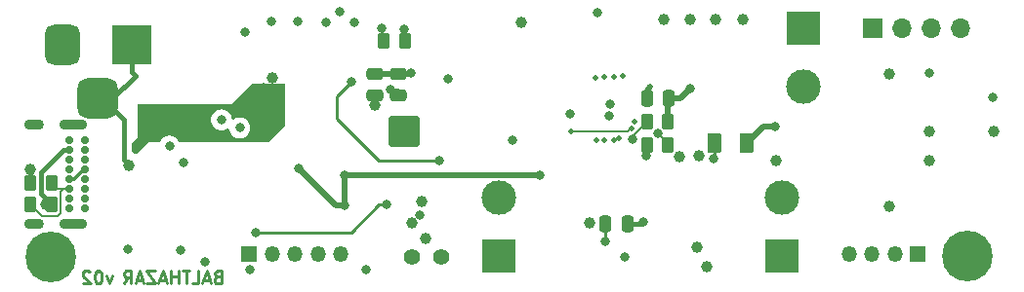
<source format=gbl>
G04 #@! TF.GenerationSoftware,KiCad,Pcbnew,(6.99.0-3780-g6ddc5c1a6e)*
G04 #@! TF.CreationDate,2022-10-12T10:17:30+02:00*
G04 #@! TF.ProjectId,BalthazarPSU3,42616c74-6861-47a6-9172-505355332e6b,v02*
G04 #@! TF.SameCoordinates,Original*
G04 #@! TF.FileFunction,Copper,L4,Bot*
G04 #@! TF.FilePolarity,Positive*
%FSLAX46Y46*%
G04 Gerber Fmt 4.6, Leading zero omitted, Abs format (unit mm)*
G04 Created by KiCad (PCBNEW (6.99.0-3780-g6ddc5c1a6e)) date 2022-10-12 10:17:30*
%MOMM*%
%LPD*%
G01*
G04 APERTURE LIST*
G04 Aperture macros list*
%AMRoundRect*
0 Rectangle with rounded corners*
0 $1 Rounding radius*
0 $2 $3 $4 $5 $6 $7 $8 $9 X,Y pos of 4 corners*
0 Add a 4 corners polygon primitive as box body*
4,1,4,$2,$3,$4,$5,$6,$7,$8,$9,$2,$3,0*
0 Add four circle primitives for the rounded corners*
1,1,$1+$1,$2,$3*
1,1,$1+$1,$4,$5*
1,1,$1+$1,$6,$7*
1,1,$1+$1,$8,$9*
0 Add four rect primitives between the rounded corners*
20,1,$1+$1,$2,$3,$4,$5,0*
20,1,$1+$1,$4,$5,$6,$7,0*
20,1,$1+$1,$6,$7,$8,$9,0*
20,1,$1+$1,$8,$9,$2,$3,0*%
G04 Aperture macros list end*
%ADD10C,0.275000*%
G04 #@! TA.AperFunction,NonConductor*
%ADD11C,0.275000*%
G04 #@! TD*
G04 #@! TA.AperFunction,ComponentPad*
%ADD12C,0.500000*%
G04 #@! TD*
G04 #@! TA.AperFunction,SMDPad,CuDef*
%ADD13RoundRect,0.250001X-1.099999X-1.099999X1.099999X-1.099999X1.099999X1.099999X-1.099999X1.099999X0*%
G04 #@! TD*
G04 #@! TA.AperFunction,ComponentPad*
%ADD14C,1.400000*%
G04 #@! TD*
G04 #@! TA.AperFunction,ComponentPad*
%ADD15R,3.000000X3.000000*%
G04 #@! TD*
G04 #@! TA.AperFunction,ComponentPad*
%ADD16C,3.000000*%
G04 #@! TD*
G04 #@! TA.AperFunction,ComponentPad*
%ADD17C,0.700000*%
G04 #@! TD*
G04 #@! TA.AperFunction,ComponentPad*
%ADD18O,2.400000X0.900000*%
G04 #@! TD*
G04 #@! TA.AperFunction,ComponentPad*
%ADD19O,1.700000X0.900000*%
G04 #@! TD*
G04 #@! TA.AperFunction,ComponentPad*
%ADD20RoundRect,0.875000X-0.875000X-0.875000X0.875000X-0.875000X0.875000X0.875000X-0.875000X0.875000X0*%
G04 #@! TD*
G04 #@! TA.AperFunction,ComponentPad*
%ADD21R,3.500000X3.500000*%
G04 #@! TD*
G04 #@! TA.AperFunction,ComponentPad*
%ADD22RoundRect,0.750000X-0.750000X-1.000000X0.750000X-1.000000X0.750000X1.000000X-0.750000X1.000000X0*%
G04 #@! TD*
G04 #@! TA.AperFunction,ComponentPad*
%ADD23R,1.700000X1.700000*%
G04 #@! TD*
G04 #@! TA.AperFunction,ComponentPad*
%ADD24O,1.700000X1.700000*%
G04 #@! TD*
G04 #@! TA.AperFunction,ComponentPad*
%ADD25R,1.350000X1.350000*%
G04 #@! TD*
G04 #@! TA.AperFunction,ComponentPad*
%ADD26O,1.350000X1.350000*%
G04 #@! TD*
G04 #@! TA.AperFunction,ComponentPad*
%ADD27C,4.400000*%
G04 #@! TD*
G04 #@! TA.AperFunction,SMDPad,CuDef*
%ADD28RoundRect,0.250000X0.375000X0.625000X-0.375000X0.625000X-0.375000X-0.625000X0.375000X-0.625000X0*%
G04 #@! TD*
G04 #@! TA.AperFunction,SMDPad,CuDef*
%ADD29RoundRect,0.250000X-0.262500X-0.450000X0.262500X-0.450000X0.262500X0.450000X-0.262500X0.450000X0*%
G04 #@! TD*
G04 #@! TA.AperFunction,SMDPad,CuDef*
%ADD30RoundRect,0.250000X-0.475000X0.250000X-0.475000X-0.250000X0.475000X-0.250000X0.475000X0.250000X0*%
G04 #@! TD*
G04 #@! TA.AperFunction,SMDPad,CuDef*
%ADD31RoundRect,0.250000X-0.250000X-0.475000X0.250000X-0.475000X0.250000X0.475000X-0.250000X0.475000X0*%
G04 #@! TD*
G04 #@! TA.AperFunction,ViaPad*
%ADD32C,0.800000*%
G04 #@! TD*
G04 #@! TA.AperFunction,ViaPad*
%ADD33C,1.000000*%
G04 #@! TD*
G04 #@! TA.AperFunction,ViaPad*
%ADD34C,0.500000*%
G04 #@! TD*
G04 #@! TA.AperFunction,Conductor*
%ADD35C,0.500000*%
G04 #@! TD*
G04 #@! TA.AperFunction,Conductor*
%ADD36C,0.400000*%
G04 #@! TD*
G04 #@! TA.AperFunction,Conductor*
%ADD37C,0.250000*%
G04 #@! TD*
G04 #@! TA.AperFunction,Conductor*
%ADD38C,0.200000*%
G04 #@! TD*
G04 APERTURE END LIST*
D10*
D11*
X118436665Y-82497928D02*
X118279522Y-82550309D01*
X118279522Y-82550309D02*
X118227141Y-82602690D01*
X118227141Y-82602690D02*
X118174760Y-82707452D01*
X118174760Y-82707452D02*
X118174760Y-82864595D01*
X118174760Y-82864595D02*
X118227141Y-82969357D01*
X118227141Y-82969357D02*
X118279522Y-83021738D01*
X118279522Y-83021738D02*
X118384284Y-83074119D01*
X118384284Y-83074119D02*
X118803332Y-83074119D01*
X118803332Y-83074119D02*
X118803332Y-81974119D01*
X118803332Y-81974119D02*
X118436665Y-81974119D01*
X118436665Y-81974119D02*
X118331903Y-82026500D01*
X118331903Y-82026500D02*
X118279522Y-82078880D01*
X118279522Y-82078880D02*
X118227141Y-82183642D01*
X118227141Y-82183642D02*
X118227141Y-82288404D01*
X118227141Y-82288404D02*
X118279522Y-82393166D01*
X118279522Y-82393166D02*
X118331903Y-82445547D01*
X118331903Y-82445547D02*
X118436665Y-82497928D01*
X118436665Y-82497928D02*
X118803332Y-82497928D01*
X117755713Y-82759833D02*
X117231903Y-82759833D01*
X117860475Y-83074119D02*
X117493808Y-81974119D01*
X117493808Y-81974119D02*
X117127141Y-83074119D01*
X116236665Y-83074119D02*
X116760475Y-83074119D01*
X116760475Y-83074119D02*
X116760475Y-81974119D01*
X116027142Y-81974119D02*
X115398570Y-81974119D01*
X115712856Y-83074119D02*
X115712856Y-81974119D01*
X115031904Y-83074119D02*
X115031904Y-81974119D01*
X115031904Y-82497928D02*
X114403332Y-82497928D01*
X114403332Y-83074119D02*
X114403332Y-81974119D01*
X113931904Y-82759833D02*
X113408094Y-82759833D01*
X114036666Y-83074119D02*
X113669999Y-81974119D01*
X113669999Y-81974119D02*
X113303332Y-83074119D01*
X113041428Y-81974119D02*
X112308094Y-81974119D01*
X112308094Y-81974119D02*
X113041428Y-83074119D01*
X113041428Y-83074119D02*
X112308094Y-83074119D01*
X111941428Y-82759833D02*
X111417618Y-82759833D01*
X112046190Y-83074119D02*
X111679523Y-81974119D01*
X111679523Y-81974119D02*
X111312856Y-83074119D01*
X110317618Y-83074119D02*
X110684285Y-82550309D01*
X110946190Y-83074119D02*
X110946190Y-81974119D01*
X110946190Y-81974119D02*
X110527142Y-81974119D01*
X110527142Y-81974119D02*
X110422380Y-82026500D01*
X110422380Y-82026500D02*
X110369999Y-82078880D01*
X110369999Y-82078880D02*
X110317618Y-82183642D01*
X110317618Y-82183642D02*
X110317618Y-82340785D01*
X110317618Y-82340785D02*
X110369999Y-82445547D01*
X110369999Y-82445547D02*
X110422380Y-82497928D01*
X110422380Y-82497928D02*
X110527142Y-82550309D01*
X110527142Y-82550309D02*
X110946190Y-82550309D01*
X109290952Y-82340785D02*
X109029047Y-83074119D01*
X109029047Y-83074119D02*
X108767142Y-82340785D01*
X108138571Y-81974119D02*
X108033809Y-81974119D01*
X108033809Y-81974119D02*
X107929047Y-82026500D01*
X107929047Y-82026500D02*
X107876666Y-82078880D01*
X107876666Y-82078880D02*
X107824285Y-82183642D01*
X107824285Y-82183642D02*
X107771904Y-82393166D01*
X107771904Y-82393166D02*
X107771904Y-82655071D01*
X107771904Y-82655071D02*
X107824285Y-82864595D01*
X107824285Y-82864595D02*
X107876666Y-82969357D01*
X107876666Y-82969357D02*
X107929047Y-83021738D01*
X107929047Y-83021738D02*
X108033809Y-83074119D01*
X108033809Y-83074119D02*
X108138571Y-83074119D01*
X108138571Y-83074119D02*
X108243333Y-83021738D01*
X108243333Y-83021738D02*
X108295714Y-82969357D01*
X108295714Y-82969357D02*
X108348095Y-82864595D01*
X108348095Y-82864595D02*
X108400476Y-82655071D01*
X108400476Y-82655071D02*
X108400476Y-82393166D01*
X108400476Y-82393166D02*
X108348095Y-82183642D01*
X108348095Y-82183642D02*
X108295714Y-82078880D01*
X108295714Y-82078880D02*
X108243333Y-82026500D01*
X108243333Y-82026500D02*
X108138571Y-81974119D01*
X107352857Y-82078880D02*
X107300476Y-82026500D01*
X107300476Y-82026500D02*
X107195714Y-81974119D01*
X107195714Y-81974119D02*
X106933809Y-81974119D01*
X106933809Y-81974119D02*
X106829047Y-82026500D01*
X106829047Y-82026500D02*
X106776666Y-82078880D01*
X106776666Y-82078880D02*
X106724285Y-82183642D01*
X106724285Y-82183642D02*
X106724285Y-82288404D01*
X106724285Y-82288404D02*
X106776666Y-82445547D01*
X106776666Y-82445547D02*
X107405238Y-83074119D01*
X107405238Y-83074119D02*
X106724285Y-83074119D01*
D12*
X133520000Y-68750000D03*
X133520000Y-69850000D03*
X133520000Y-70950000D03*
X134620000Y-68750000D03*
X134620000Y-69850000D03*
D13*
X134620000Y-69850000D03*
D12*
X134620000Y-70950000D03*
X135720000Y-68750000D03*
X135720000Y-69850000D03*
X135720000Y-70950000D03*
D14*
X135275000Y-80772000D03*
X137815000Y-80772000D03*
D15*
X142874999Y-80644999D03*
D16*
X142875000Y-75565000D03*
D15*
X169290999Y-60832999D03*
D16*
X169291000Y-65913000D03*
D15*
X167385999Y-80644999D03*
D16*
X167386000Y-75565000D03*
D17*
X106895000Y-70612000D03*
X106895000Y-71462000D03*
X106895000Y-72312000D03*
X106895000Y-73162000D03*
X106895000Y-74012000D03*
X106895000Y-74862000D03*
X106895000Y-75712000D03*
X106895000Y-76562000D03*
X105545000Y-76562000D03*
X105545000Y-75712000D03*
X105545000Y-74862000D03*
X105545000Y-74012000D03*
X105545000Y-73162000D03*
X105545000Y-72312000D03*
X105545000Y-71462000D03*
X105545000Y-70612000D03*
D18*
X105914999Y-69261999D03*
D19*
X102534999Y-69261999D03*
D18*
X105914999Y-77911999D03*
D19*
X102534999Y-77911999D03*
D20*
X107998000Y-66988500D03*
D21*
X110997999Y-62288499D03*
D22*
X104998000Y-62288500D03*
D23*
X175259999Y-60832999D03*
D24*
X177799999Y-60832999D03*
X180339999Y-60832999D03*
X182879999Y-60832999D03*
D25*
X121157999Y-80517999D03*
D26*
X123157999Y-80517999D03*
X125157999Y-80517999D03*
X127157999Y-80517999D03*
X129157999Y-80517999D03*
D25*
X179196999Y-80517999D03*
D26*
X177196999Y-80517999D03*
X175196999Y-80517999D03*
X173196999Y-80517999D03*
D27*
X104013000Y-80772000D03*
X183515000Y-80645000D03*
D28*
X164341000Y-70866000D03*
X161541000Y-70866000D03*
D29*
X155678500Y-70993000D03*
X157503500Y-70993000D03*
X155678500Y-68961000D03*
X157503500Y-68961000D03*
X132842000Y-61976000D03*
X134667000Y-61976000D03*
D30*
X132080000Y-64810500D03*
X132080000Y-66710500D03*
D31*
X155702000Y-66929000D03*
X157602000Y-66929000D03*
D30*
X134112000Y-64810500D03*
X134112000Y-66710500D03*
D29*
X102211500Y-74295000D03*
X104036500Y-74295000D03*
X102211500Y-76200000D03*
X104036500Y-76200000D03*
D31*
X152085000Y-77851000D03*
X153985000Y-77851000D03*
D32*
X180213000Y-64770000D03*
X151384000Y-59499500D03*
X138430000Y-65278000D03*
D33*
X161670000Y-60090000D03*
X160830000Y-81580000D03*
D32*
X115270000Y-80140000D03*
X185640000Y-66890000D03*
X144018000Y-70612000D03*
D34*
X151260000Y-70580000D03*
D33*
X102210000Y-73160000D03*
D32*
X123070000Y-60260000D03*
D33*
X166880000Y-72380000D03*
X159390000Y-60090000D03*
D32*
X136017000Y-77089000D03*
D34*
X153620000Y-65050000D03*
X152800000Y-70610000D03*
D32*
X120800000Y-61190000D03*
D33*
X136460000Y-79150000D03*
X163960000Y-60100000D03*
D32*
X153750000Y-80740000D03*
D33*
X180150000Y-72410000D03*
D32*
X152450000Y-67490000D03*
D34*
X152000000Y-65080000D03*
D33*
X144750000Y-60350000D03*
D34*
X152850000Y-65080000D03*
D32*
X121210000Y-81890000D03*
X135250000Y-64800000D03*
D33*
X157120000Y-60090000D03*
D34*
X151980000Y-70610000D03*
D32*
X114260000Y-71120000D03*
X127890000Y-60350000D03*
D33*
X158508711Y-72034550D03*
D32*
X152430000Y-68530000D03*
D34*
X154625094Y-68999724D03*
D33*
X136110000Y-75950000D03*
D32*
X130310000Y-60360000D03*
X129032000Y-59436000D03*
D34*
X155990000Y-65970000D03*
X153251000Y-70411906D03*
D32*
X131360000Y-81900000D03*
D33*
X150745744Y-77819500D03*
D32*
X118770000Y-68840000D03*
X110620000Y-80110000D03*
D33*
X160030000Y-79880000D03*
X135270000Y-77770000D03*
D32*
X120355408Y-69545256D03*
X125400000Y-60260000D03*
D34*
X151250000Y-65160000D03*
D33*
X176720000Y-64820000D03*
X160180000Y-71980000D03*
X180130000Y-69880000D03*
X176710000Y-76400000D03*
D32*
X117380000Y-81230000D03*
X115490000Y-72540000D03*
X149020000Y-68290000D03*
X132715000Y-60833000D03*
X166830000Y-69440000D03*
D33*
X185790000Y-69830000D03*
D32*
X129470000Y-73690000D03*
X129430000Y-76280000D03*
X146410000Y-73650000D03*
X125440000Y-73040000D03*
X122428000Y-67564000D03*
X122428000Y-66040000D03*
D33*
X103520000Y-76180000D03*
X123190000Y-65190000D03*
X132080000Y-67570000D03*
D32*
X152037724Y-79418500D03*
X155350000Y-77700000D03*
X130048000Y-65532000D03*
X137705000Y-72390000D03*
X155650000Y-71930000D03*
X161430000Y-72190000D03*
X121793000Y-78613000D03*
X133096000Y-76200000D03*
X134620000Y-60960000D03*
X159430000Y-66120000D03*
D33*
X110760000Y-72780000D03*
D32*
X133477000Y-66197020D03*
D34*
X149110000Y-69810000D03*
X154346607Y-69586493D03*
D32*
X156660000Y-70030000D03*
X154400000Y-70550000D03*
D35*
X135239500Y-64810500D02*
X135250000Y-64800000D01*
D36*
X102211500Y-74295000D02*
X102211500Y-73161500D01*
D35*
X155702000Y-66929000D02*
X155702000Y-66258000D01*
X134112000Y-64810500D02*
X135239500Y-64810500D01*
X132080000Y-64810500D02*
X134112000Y-64810500D01*
X155702000Y-66258000D02*
X155990000Y-65970000D01*
D36*
X102211500Y-73161500D02*
X102210000Y-73160000D01*
D37*
X132715000Y-61849000D02*
X132842000Y-61976000D01*
X132715000Y-60833000D02*
X132715000Y-61849000D01*
D35*
X129430000Y-76280000D02*
X128680000Y-76280000D01*
X129545000Y-73615000D02*
X146375000Y-73615000D01*
X128680000Y-76280000D02*
X125440000Y-73040000D01*
X166830000Y-69440000D02*
X165767000Y-69440000D01*
X129470000Y-73690000D02*
X129545000Y-73615000D01*
X146375000Y-73615000D02*
X146410000Y-73650000D01*
X129480000Y-76230000D02*
X129430000Y-76280000D01*
X129480000Y-73710000D02*
X129480000Y-76230000D01*
X165767000Y-69440000D02*
X164341000Y-70866000D01*
D36*
X105050026Y-71462000D02*
X105545000Y-71462000D01*
X104036500Y-76200000D02*
X103124000Y-75287500D01*
D35*
X132080000Y-66710500D02*
X132080000Y-67570000D01*
D36*
X103124000Y-73388026D02*
X105050026Y-71462000D01*
X103124000Y-75287500D02*
X103124000Y-73388026D01*
X103540000Y-76200000D02*
X103520000Y-76180000D01*
X104036500Y-76200000D02*
X103540000Y-76200000D01*
D37*
X152085000Y-79371224D02*
X152037724Y-79418500D01*
X152085000Y-77851000D02*
X152085000Y-79371224D01*
D36*
X155199000Y-77851000D02*
X155350000Y-77700000D01*
X153985000Y-77851000D02*
X155199000Y-77851000D01*
D37*
X128778000Y-66802000D02*
X130048000Y-65532000D01*
X128778000Y-68707000D02*
X128778000Y-66802000D01*
X132461000Y-72390000D02*
X128778000Y-68707000D01*
X137705000Y-72390000D02*
X132461000Y-72390000D01*
X161541000Y-72079000D02*
X161430000Y-72190000D01*
X161541000Y-70866000D02*
X161541000Y-72079000D01*
X155650000Y-71021500D02*
X155678500Y-70993000D01*
X155650000Y-71930000D02*
X155650000Y-71021500D01*
X105941096Y-74012000D02*
X106791096Y-73162000D01*
X106791096Y-73162000D02*
X106895000Y-73162000D01*
X105545000Y-74012000D02*
X105941096Y-74012000D01*
X130048000Y-78613000D02*
X132461000Y-76200000D01*
X132461000Y-76200000D02*
X133096000Y-76200000D01*
X121793000Y-78613000D02*
X130048000Y-78613000D01*
X134667000Y-61976000D02*
X134620000Y-61929000D01*
X134620000Y-61929000D02*
X134620000Y-60960000D01*
D35*
X157602000Y-66929000D02*
X158621000Y-66929000D01*
X157503500Y-67027500D02*
X157602000Y-66929000D01*
X157503500Y-68961000D02*
X157503500Y-67027500D01*
X158621000Y-66929000D02*
X159430000Y-66120000D01*
D38*
X104603500Y-74862000D02*
X104036500Y-74295000D01*
X105545000Y-74862000D02*
X105050026Y-74862000D01*
X105050026Y-74862000D02*
X104849000Y-75063026D01*
X105545000Y-74862000D02*
X104603500Y-74862000D01*
X103211000Y-77199500D02*
X102211500Y-76200000D01*
X104849000Y-76921000D02*
X104570500Y-77199500D01*
X104570500Y-77199500D02*
X103211000Y-77199500D01*
X104849000Y-75063026D02*
X104849000Y-76921000D01*
D36*
X107998000Y-66988500D02*
X108391500Y-66988500D01*
X110280000Y-72300000D02*
X110280000Y-68860000D01*
X109301500Y-66988500D02*
X111310000Y-64980000D01*
X107998000Y-66988500D02*
X109301500Y-66988500D01*
X108391500Y-66988500D02*
X108400000Y-66980000D01*
X110280000Y-68860000D02*
X108400000Y-66980000D01*
X110998000Y-64668000D02*
X110998000Y-62288500D01*
X110760000Y-72780000D02*
X110280000Y-72300000D01*
X111310000Y-64980000D02*
X110998000Y-64668000D01*
D37*
X134112000Y-66266335D02*
X134042685Y-66197020D01*
X134112000Y-66548000D02*
X134112000Y-66266335D01*
X134042685Y-66197020D02*
X133477000Y-66197020D01*
D38*
X154048832Y-69884268D02*
X154346607Y-69586493D01*
X149184268Y-69884268D02*
X154048832Y-69884268D01*
X149110000Y-69810000D02*
X149184268Y-69884268D01*
X157503500Y-70993000D02*
X157503500Y-70873500D01*
X154400000Y-70550000D02*
X154400000Y-70239500D01*
X154400000Y-70239500D02*
X155678500Y-68961000D01*
X157503500Y-70873500D02*
X156660000Y-70030000D01*
G04 #@! TA.AperFunction,Conductor*
G36*
X124275121Y-65679002D02*
G01*
X124321614Y-65732658D01*
X124333000Y-65785000D01*
X124333000Y-69289810D01*
X124312998Y-69357931D01*
X124296095Y-69378905D01*
X122972905Y-70702095D01*
X122910593Y-70736121D01*
X122883810Y-70739000D01*
X115161820Y-70739000D01*
X115093699Y-70718998D01*
X115052701Y-70676000D01*
X115002341Y-70588774D01*
X114999040Y-70583056D01*
X114871253Y-70441134D01*
X114756829Y-70358000D01*
X114722094Y-70332763D01*
X114722093Y-70332762D01*
X114716752Y-70328882D01*
X114710724Y-70326198D01*
X114710722Y-70326197D01*
X114548319Y-70253891D01*
X114548318Y-70253891D01*
X114542288Y-70251206D01*
X114448888Y-70231353D01*
X114361944Y-70212872D01*
X114361939Y-70212872D01*
X114355487Y-70211500D01*
X114164513Y-70211500D01*
X114158061Y-70212872D01*
X114158056Y-70212872D01*
X114071112Y-70231353D01*
X113977712Y-70251206D01*
X113971682Y-70253891D01*
X113971681Y-70253891D01*
X113809278Y-70326197D01*
X113809276Y-70326198D01*
X113803248Y-70328882D01*
X113797907Y-70332762D01*
X113797906Y-70332763D01*
X113763171Y-70358000D01*
X113648747Y-70441134D01*
X113520960Y-70583056D01*
X113517659Y-70588774D01*
X113467299Y-70676000D01*
X113415917Y-70724993D01*
X113358180Y-70739000D01*
X112522000Y-70739000D01*
X111460363Y-71800637D01*
X111398051Y-71834663D01*
X111327236Y-71829598D01*
X111290607Y-71808339D01*
X110988500Y-71556583D01*
X110988500Y-70927690D01*
X111008502Y-70859569D01*
X111025405Y-70838595D01*
X111506000Y-70358000D01*
X111506000Y-68840000D01*
X117856496Y-68840000D01*
X117857186Y-68846565D01*
X117867652Y-68946139D01*
X117876458Y-69029928D01*
X117935473Y-69211556D01*
X118030960Y-69376944D01*
X118158747Y-69518866D01*
X118313248Y-69631118D01*
X118319276Y-69633802D01*
X118319278Y-69633803D01*
X118358382Y-69651213D01*
X118487712Y-69708794D01*
X118580990Y-69728621D01*
X118668056Y-69747128D01*
X118668061Y-69747128D01*
X118674513Y-69748500D01*
X118865487Y-69748500D01*
X118871939Y-69747128D01*
X118871944Y-69747128D01*
X118959010Y-69728621D01*
X119052288Y-69708794D01*
X119181618Y-69651213D01*
X119220722Y-69633803D01*
X119220724Y-69633802D01*
X119226752Y-69631118D01*
X119258465Y-69608077D01*
X119325332Y-69584219D01*
X119394484Y-69600299D01*
X119443964Y-69651213D01*
X119457836Y-69696842D01*
X119459237Y-69710166D01*
X119461866Y-69735184D01*
X119520881Y-69916812D01*
X119616368Y-70082200D01*
X119744155Y-70224122D01*
X119843251Y-70296120D01*
X119884649Y-70326197D01*
X119898656Y-70336374D01*
X119904684Y-70339058D01*
X119904686Y-70339059D01*
X120067089Y-70411365D01*
X120073120Y-70414050D01*
X120166520Y-70433903D01*
X120253464Y-70452384D01*
X120253469Y-70452384D01*
X120259921Y-70453756D01*
X120450895Y-70453756D01*
X120457347Y-70452384D01*
X120457352Y-70452384D01*
X120544296Y-70433903D01*
X120637696Y-70414050D01*
X120643727Y-70411365D01*
X120806130Y-70339059D01*
X120806132Y-70339058D01*
X120812160Y-70336374D01*
X120826168Y-70326197D01*
X120867565Y-70296120D01*
X120966661Y-70224122D01*
X121094448Y-70082200D01*
X121189935Y-69916812D01*
X121248950Y-69735184D01*
X121251580Y-69710166D01*
X121268222Y-69551821D01*
X121268912Y-69545256D01*
X121265622Y-69513955D01*
X121249640Y-69361891D01*
X121249640Y-69361889D01*
X121248950Y-69355328D01*
X121189935Y-69173700D01*
X121094448Y-69008312D01*
X120966661Y-68866390D01*
X120812160Y-68754138D01*
X120806132Y-68751454D01*
X120806130Y-68751453D01*
X120643727Y-68679147D01*
X120643726Y-68679147D01*
X120637696Y-68676462D01*
X120513542Y-68650072D01*
X120457352Y-68638128D01*
X120457347Y-68638128D01*
X120450895Y-68636756D01*
X120259921Y-68636756D01*
X120253469Y-68638128D01*
X120253464Y-68638128D01*
X120197274Y-68650072D01*
X120073120Y-68676462D01*
X120067090Y-68679147D01*
X120067089Y-68679147D01*
X119904686Y-68751453D01*
X119904684Y-68751454D01*
X119898656Y-68754138D01*
X119893315Y-68758018D01*
X119893314Y-68758019D01*
X119866943Y-68777179D01*
X119800076Y-68801037D01*
X119730924Y-68784957D01*
X119681444Y-68734043D01*
X119667572Y-68688414D01*
X119664232Y-68656635D01*
X119664232Y-68656633D01*
X119663542Y-68650072D01*
X119604527Y-68468444D01*
X119509040Y-68303056D01*
X119381253Y-68161134D01*
X119226752Y-68048882D01*
X119220724Y-68046198D01*
X119220722Y-68046197D01*
X119058319Y-67973891D01*
X119058318Y-67973891D01*
X119052288Y-67971206D01*
X118958888Y-67951353D01*
X118871944Y-67932872D01*
X118871939Y-67932872D01*
X118865487Y-67931500D01*
X118674513Y-67931500D01*
X118668061Y-67932872D01*
X118668056Y-67932872D01*
X118581112Y-67951353D01*
X118487712Y-67971206D01*
X118481682Y-67973891D01*
X118481681Y-67973891D01*
X118319278Y-68046197D01*
X118319276Y-68046198D01*
X118313248Y-68048882D01*
X118158747Y-68161134D01*
X118030960Y-68303056D01*
X117935473Y-68468444D01*
X117876458Y-68650072D01*
X117875768Y-68656633D01*
X117875768Y-68656635D01*
X117865603Y-68753355D01*
X117856496Y-68840000D01*
X111506000Y-68840000D01*
X111506000Y-67563000D01*
X111526002Y-67494879D01*
X111579658Y-67448386D01*
X111632000Y-67437000D01*
X119634000Y-67437000D01*
X121375095Y-65695905D01*
X121437407Y-65661879D01*
X121464190Y-65659000D01*
X124207000Y-65659000D01*
X124275121Y-65679002D01*
G37*
G04 #@! TD.AperFunction*
M02*

</source>
